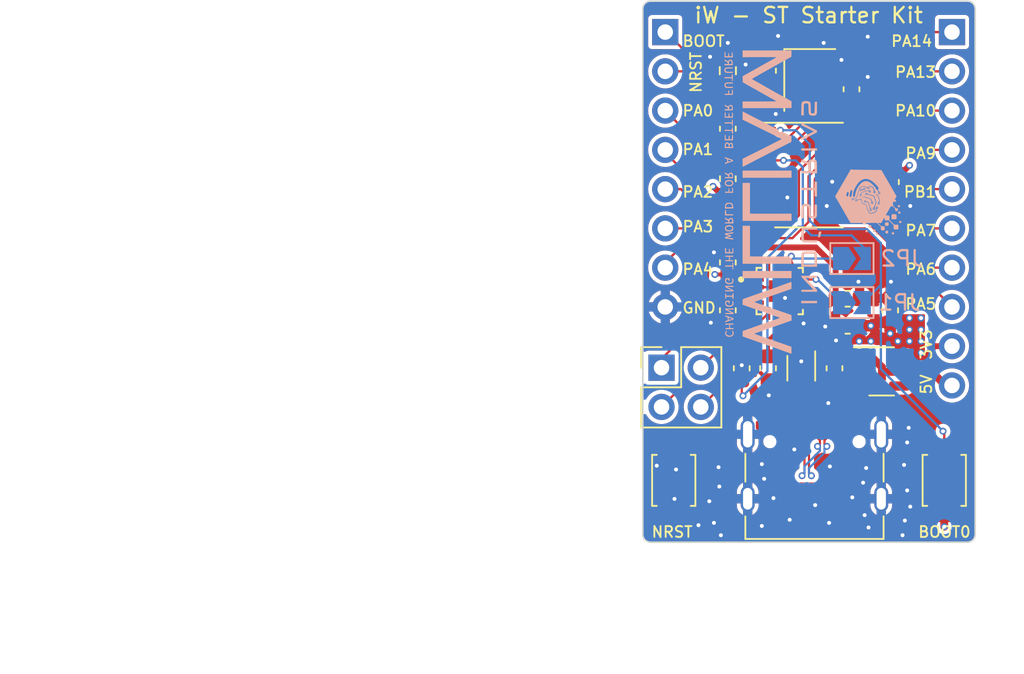
<source format=kicad_pcb>
(kicad_pcb (version 20221018) (generator pcbnew)
  (layers (0 "F.Cu" signal) (1 "In1.Cu" signal) (2 "In2.Cu" signal) (31 "B.Cu" signal) (34 "B.Paste" user) (35 "F.Paste" user) (36 "B.SilkS" user "B.Silkscreen") (37 "F.SilkS" user "F.Silkscreen") (38 "B.Mask" user) (39 "F.Mask" user) (44 "Edge.Cuts" user))
  (net 0 "")
  (net 1 "Net-(U1-PF1)")
  (net 2 "GND")
  (net 3 "Net-(U1-PF0)")
  (net 4 "NRST")
  (net 5 "Net-(U2-V3)")
  (net 6 "+5V")
  (net 7 "+3.3V")
  (net 8 "Net-(U1-VDDA)")
  (net 10 "/USB_P")
  (net 11 "/USB_N")
  (net 15 "Net-(JP1-A)")
  (net 16 "BOOT0")
  (net 17 "Net-(JP2-A)")
  (net 18 "PA0")
  (net 19 "PA1")
  (net 20 "PA2")
  (net 21 "PA3")
  (net 22 "PA4")
  (net 23 "PA5")
  (net 24 "PA6")
  (net 25 "PA7")
  (net 26 "PB1")
  (net 27 "USART1_TX")
  (net 28 "USART1_RX")
  (net 29 "PA13")
  (net 30 "PA14")
  (net 31 "/USBD_P")
  (net 32 "/USBD_N")
  (net 39 "RXD")
  (net 40 "TXD")
  (footprint "Capacitor_SMD:C_0603_1608Metric" (layer "F.Cu") (at 143.4 88.75 -90)
    (fp_text reference "C12" hide)
    (fp_text value "100nF")
  )
  (footprint "CH343P:QFN50P300X300X80-17N" (layer "F.Cu") (at 139.855 83.755)
    (fp_text reference "U2" hide)
    (fp_text value "CH343P")
  )
  (footprint "Capacitor_SMD:C_0603_1608Metric" (layer "F.Cu") (at 136.5 81.9 -90)
    (fp_text reference "C7" hide)
    (fp_text value "100nF")
  )
  (footprint "Crystal:Crystal_SMD_3225-4Pin_3.2x2.5mm" (layer "F.Cu") (at 141.8 70.1 -90)
    (fp_text reference "Y1" hide)
    (fp_text value "20MHz")
  )
  (footprint "Package_TO_SOT_SMD:SOT-23-5" (layer "F.Cu") (at 146.45 88.95)
    (fp_text reference "U4" hide)
    (fp_text value "AP2112K-3.3")
  )
  (footprint "Capacitor_SMD:C_0603_1608Metric" (layer "F.Cu") (at 136.5 73.25 90)
    (fp_text reference "C9" hide)
    (fp_text value "100nF")
  )
  (footprint "Connector_USB:USB_C_Receptacle_Palconn_UTC16-G" (layer "F.Cu") (at 142.10395 94.95)
    (fp_text reference "J1" hide)
    (fp_text value "USB_C_Receptacle_USB2.0")
  )
  (footprint "Capacitor_SMD:C_0603_1608Metric" (layer "F.Cu") (at 144.25 84.25 180)
    (fp_text reference "C6" hide)
    (fp_text value "100nF")
  )
  (footprint "Capacitor_SMD:C_0603_1608Metric" (layer "F.Cu") (at 139.1 88.75 -90)
    (fp_text reference "C4" hide)
    (fp_text value "100nF")
  )
  (footprint "Inductor_SMD:L_0603_1608Metric" (layer "F.Cu") (at 136.5 76.4875 90)
    (fp_text reference "FB1" hide)
    (fp_text value "600R")
  )
  (footprint "Capacitor_SMD:C_0603_1608Metric" (layer "F.Cu") (at 144.25 86 180)
    (fp_text reference "C10" hide)
    (fp_text value "100nF")
  )
  (footprint "Connector_PinHeader_2.54mm:PinHeader_1x08_P2.54mm_Vertical" (layer "F.Cu") (at 132.45 67)
    (fp_text reference "J4" hide)
    (fp_text value "Conn_01x08")
  )
  (footprint "Resistor_SMD:R_0603_1608Metric" (layer "F.Cu") (at 136.5 69.5 90)
    (fp_text reference "R1" hide)
    (fp_text value "10k")
  )
  (footprint "Package_SO:TSSOP-20_4.4x6.5mm_P0.65mm" (layer "F.Cu") (at 141.75 76.25)
    (fp_text reference "U1" hide)
    (fp_text value "STM32F030F4Px")
  )
  (footprint "Capacitor_SMD:C_0603_1608Metric" (layer "F.Cu") (at 147.05 76.7 90)
    (fp_text reference "C8" hide)
    (fp_text value "100nF")
  )
  (footprint "Connector_PinHeader_2.54mm:PinHeader_1x10_P2.54mm_Vertical" (layer "F.Cu") (at 151 67)
    (fp_text reference "J3" hide)
    (fp_text value "Conn_01x10")
  )
  (footprint "Button_Switch_SMD:SW_SPST_B3U-1000P" (layer "F.Cu") (at 150.5 96 -90)
    (fp_text reference "SW1" hide)
    (fp_text value "SW_Push")
  )
  (footprint "Connector_PinHeader_2.54mm:PinHeader_2x02_P2.54mm_Vertical" (layer "F.Cu") (at 132.21 88.71)
    (fp_text reference "J5" hide)
    (fp_text value "Conn_02x02_Odd_Even")
  )
  (footprint "Capacitor_SMD:C_0603_1608Metric" (layer "F.Cu") (at 147 85 90)
    (fp_text reference "C11" hide)
    (fp_text value "10uF")
  )
  (footprint "Button_Switch_SMD:SW_SPST_B3U-1000P" (layer "F.Cu") (at 133 96 90)
    (fp_text reference "SW2" hide)
    (fp_text value "SW_Push")
  )
  (footprint "Capacitor_SMD:C_0603_1608Metric" (layer "F.Cu") (at 137.4 88.75 90)
    (fp_text reference "C3" hide)
    (fp_text value "100nF")
  )
  (footprint "Package_TO_SOT_SMD:SOT-666" (layer "F.Cu") (at 141.25 88.75 -90)
    (fp_text reference "U3" hide)
    (fp_text value "USBLC6-2P6")
  )
  (footprint "Capacitor_SMD:C_0603_1608Metric" (layer "F.Cu") (at 139.1 69.5 -90)
    (fp_text reference "C2" hide)
    (fp_text value "22pF")
  )
  (footprint "Capacitor_SMD:C_0603_1608Metric" (layer "F.Cu") (at 144.5 70.7 90)
    (fp_text reference "C1" hide)
    (fp_text value "22pF")
  )
  (footprint "Capacitor_SMD:C_0603_1608Metric" (layer "F.Cu") (at 136.5 85 90)
    (fp_text reference "C5" hide)
    (fp_text value "100nF")
  )
  (footprint "Jumper:SolderJumper-2_P1.3mm_Open_TrianglePad1.0x1.5mm" (layer "B.Cu") (at 144.525 84.5)
    (fp_text reference "JP1")
    (fp_text value "Jumper_2_Open")
  )
  (footprint "Jumper:SolderJumper-2_P1.3mm_Open_TrianglePad1.0x1.5mm" (layer "B.Cu") (at 144.525 81.65)
    (fp_text reference "JP2")
    (fp_text value "Jumper_2_Open")
  )
  (footprint "LOGO" (layer "B.Cu") (at 142 78 90)
    (fp_text reference "G***" hide)
    (fp_text value "LOGO" hide)
  )
  (gr_line (start 152.5 99.5) (end 152.5 65.5) (stroke (width 0.1)) (layer "Edge.Cuts"))
  (gr_line (start 152 65) (end 131.5 65) (stroke (width 0.1)) (layer "Edge.Cuts"))
  (gr_arc (start 152 65) (mid 152.353553 65.146447) (end 152.5 65.5) (stroke (width 0.1)) (layer "Edge.Cuts"))
  (gr_line (start 131 65.5) (end 131 99.5) (stroke (width 0.1)) (layer "Edge.Cuts"))
  (gr_arc (start 131 65.5) (mid 131.146447 65.146447) (end 131.5 65) (stroke (width 0.1)) (layer "Edge.Cuts"))
  (gr_arc (start 131.5 100) (mid 131.146447 99.853553) (end 131 99.5) (stroke (width 0.1)) (layer "Edge.Cuts"))
  (gr_line (start 131.5 100) (end 152 100) (stroke (width 0.1)) (layer "Edge.Cuts"))
  (gr_arc (start 152.5 99.5) (mid 152.353553 99.853553) (end 152 100) (stroke (width 0.1)) (layer "Edge.Cuts"))
  (gr_text "iW - ST Starter Kit" (at 134.25 66.5) (layer "F.SilkS") (effects (font (size 1 1)) (justify left bottom)))
  (gr_text "PA14" (at 147 68) (layer "F.SilkS") (effects (font (size 0.7 0.7) (thickness 0.12) bold) (justify left bottom)))
  (gr_text "3V3" (at 149.75 88.25 90) (layer "F.SilkS") (effects (font (size 0.7 0.7) (thickness 0.12) bold) (justify left bottom)))
  (gr_text "PA9" (at 147.916667 75.25) (layer "F.SilkS") (effects (font (size 0.7 0.7) (thickness 0.12) bold) (justify left bottom)))
  (gr_text "GND" (at 133.5 85.25) (layer "F.SilkS") (effects (font (size 0.7 0.7) (thickness 0.12) bold) (justify left bottom)))
  (gr_text "PA13" (at 147.25 70) (layer "F.SilkS") (effects (font (size 0.7 0.7) (thickness 0.12) bold) (justify left bottom)))
  (gr_text "NRST" (at 134.85 71 90) (layer "F.SilkS") (effects (font (size 0.7 0.7) (thickness 0.12) bold) (justify left bottom)))
  (gr_text "PA1" (at 133.5 75) (layer "F.SilkS") (effects (font (size 0.7 0.7) (thickness 0.12) bold) (justify left bottom)))
  (gr_text "NRST" (at 131.5 99.75) (layer "F.SilkS") (effects (font (size 0.7 0.7) (thickness 0.12) bold) (justify left bottom)))
  (gr_text "PA0" (at 133.5 72.5) (layer "F.SilkS") (effects (font (size 0.7 0.7) (thickness 0.12) bold) (justify left bottom)))
  (gr_text "PB1" (at 147.816667 77.75) (layer "F.SilkS") (effects (font (size 0.7 0.7) (thickness 0.12) bold) (justify left bottom)))
  (gr_text "PA4" (at 133.5 82.75) (layer "F.SilkS") (effects (font (size 0.7 0.7) (thickness 0.12) bold) (justify left bottom)))
  (gr_text "PA6" (at 147.916667 82.75) (layer "F.SilkS") (effects (font (size 0.7 0.7) (thickness 0.12) bold) (justify left bottom)))
  (gr_text "PA10" (at 147.25 72.5) (layer "F.SilkS") (effects (font (size 0.7 0.7) (thickness 0.12) bold) (justify left bottom)))
  (gr_text "BOOT0" (at 148.75 99.75) (layer "F.SilkS") (effects (font (size 0.7 0.7) (thickness 0.12) bold) (justify left bottom)))
  (gr_text "PA7" (at 147.916667 80.25) (layer "F.SilkS") (effects (font (size 0.7 0.7) (thickness 0.12) bold) (justify left bottom)))
  (gr_text "PA2" (at 133.5 77.75) (layer "F.SilkS") (effects (font (size 0.7 0.7) (thickness 0.12) bold) (justify left bottom)))
  (gr_text "PA3" (at 133.5 80) (layer "F.SilkS") (effects (font (size 0.7 0.7) (thickness 0.12) bold) (justify left bottom)))
  (gr_text "5V" (at 149.75 90.5 90) (layer "F.SilkS") (effects (font (size 0.7 0.7) (thickness 0.12) bold) (justify left bottom)))
  (gr_text "BOOT" (at 133.5 68) (layer "F.SilkS") (effects (font (size 0.7 0.7) (thickness 0.12) bold) (justify left bottom)))
  (gr_text "PA5" (at 147.916667 85) (layer "F.SilkS") (effects (font (size 0.7 0.7) (thickness 0.12) bold) (justify left bottom)))
  (segment (start 144.275 71.475) (end 144 71.2) (width 0.14859) (layer "F.Cu") (net 1))
  (segment (start 138.8875 74.625) (end 140.375 74.625) (width 0.14859) (layer "F.Cu") (net 1))
  (segment (start 144 71.2) (end 142.65 71.2) (width 0.14859) (layer "F.Cu") (net 1))
  (segment (start 140.375 74.625) (end 142.65 72.35) (width 0.14859) (layer "F.Cu") (net 1))
  (segment (start 144.5 71.475) (end 144.275 71.475) (width 0.14859) (layer "F.Cu") (net 1))
  (segment (start 142.65 72.35) (end 142.65 71.2) (width 0.14859) (layer "F.Cu") (net 1))
  (segment (start 139.605 83.505) (end 139.855 83.755) (width 0.14859) (layer "F.Cu") (net 2))
  (segment (start 137.4 87.975) (end 137.55 87.975) (width 0.254) (layer "F.Cu") (net 2))
  (segment (start 137.55 87.975) (end 139.1 89.525) (width 0.254) (layer "F.Cu") (net 2))
  (segment (start 143.355 76.575) (end 143.25 76.68) (width 0.381) (layer "F.Cu") (net 2))
  (segment (start 137.4 87.975) (end 137.4 88.55) (width 0.254) (layer "F.Cu") (net 2))
  (segment (start 144.6125 76.575) (end 143.355 76.575) (width 0.381) (layer "F.Cu") (net 2))
  (segment (start 138.41 83.505) (end 139.605 83.505) (width 0.14859) (layer "F.Cu") (net 2))
  (segment (start 141.25 87.825) (end 141.25 88.3) (width 0.14859) (layer "F.Cu") (net 2))
  (via (at 138.7 98.95) (size 0.45) (drill 0.254) (layers "F.Cu" "B.Cu") (net 2))
  (via (at 139.6 72.3) (size 0.45) (drill 0.254) (layers "F.Cu" "B.Cu") (net 2))
  (via (at 134.6 98.9) (size 0.45) (drill 0.254) (layers "F.Cu" "B.Cu") (net 2))
  (via (at 139.15 90.5) (size 0.45) (drill 0.254) (layers "F.Cu" "B.Cu") (net 2))
  (via (at 140.8 94) (size 0.45) (drill 0.254) (layers "F.Cu" "B.Cu") (net 2))
  (via (at 148.1 93.55) (size 0.45) (drill 0.254) (layers "F.Cu" "B.Cu") (net 2))
  (via (at 135.4 85.8) (size 0.45) (drill 0.254) (layers "F.Cu" "B.Cu") (net 2))
  (via (at 142.15 97.6) (size 0.45) (drill 0.254) (layers "F.Cu" "B.Cu") (net 2))
  (via (at 144.95 83.15) (size 0.45) (drill 0.254) (layers "F.Cu" "B.Cu") (net 2))
  (via (at 140.35 77.7) (size 0.45) (drill 0.254) (layers "F.Cu" "B.Cu") (net 2))
  (via (at 148.3 78.25) (size 0.45) (drill 0.254) (layers "F.Cu" "B.Cu") (net 2))
  (via (at 145.25 96.15) (size 0.45) (drill 0.254) (layers "F.Cu" "B.Cu") (net 2))
  (via (at 131.9 95.05) (size 0.45) (drill 0.254) (layers "F.Cu" "B.Cu") (net 2))
  (via (at 136.5 67.7) (size 0.45) (drill 0.254) (layers "F.Cu" "B.Cu") (net 2))
  (via (at 133.05 97.2) (size 0.45) (drill 0.254) (layers "F.Cu" "B.Cu") (net 2))
  (via (at 143.25 76.68) (size 0.45) (drill 0.254) (layers "F.Cu" "B.Cu") (net 2))
  (via (at 139.45 97.15) (size 0.45) (drill 0.254) (layers "F.Cu" "B.Cu") (net 2))
  (via (at 144.55 97.1) (size 0.45) (drill 0.254) (layers "F.Cu" "B.Cu") (net 2))
  (via (at 148.1 96.65) (size 0.45) (drill 0.254) (layers "F.Cu" "B.Cu") (net 2))
  (via (at 135.3 97.35) (size 0.45) (drill 0.254) (layers "F.Cu" "B.Cu") (net 2))
  (via (at 145.55 67.3) (size 0.45) (drill 0.254) (layers "F.Cu" "B.Cu") (net 2))
  (via (at 141.25 88.3) (size 0.45) (drill 0.254) (layers "F.Cu" "B.Cu") (net 2))
  (via (at 143.05 98.75) (size 0.45) (drill 0.254) (layers "F.Cu" "B.Cu") (net 2))
  (via (at 143.1 95.1) (size 0.45) (drill 0.254) (layers "F.Cu" "B.Cu") (net 2))
  (via (at 143 91) (size 0.45) (drill 0.254) (layers "F.Cu" "B.Cu") (net 2))
  (via (at 133.15 95.3) (size 0.45) (drill 0.254) (layers "F.Cu" "B.Cu") (net 2))
  (via (at 138.85 95.9) (size 0.45) (drill 0.254) (layers "F.Cu" "B.Cu") (net 2))
  (via (at 143.5 86.95) (size 0.45) (drill 0.254) (layers "F.Cu" "B.Cu") (net 2))
  (via (at 147.95 98.6) (size 0.45) (drill 0.254) (layers "F.Cu" "B.Cu") (net 2))
  (via (at 147.9 95) (size 0.45) (drill 0.254) (layers "F.Cu" "B.Cu") (net 2))
  (via (at 138.7 94.95) (size 0.45) (drill 0.254) (layers "F.Cu" "B.Cu") (net 2))
  (via (at 140.5 98.55) (size 0.45) (drill 0.254) (layers "F.Cu" "B.Cu") (net 2))
  (via (at 143.85 68.8) (size 0.45) (drill 0.254) (layers "F.Cu" "B.Cu") (net 2))
  (via (at 145.45 95.2) (size 0.45) (drill 0.254) (layers "F.Cu" "B.Cu") (net 2))
  (via (at 145.6 99.05) (size 0.45) (drill 0.254) (layers "F.Cu" "B.Cu") (net 2))
  (via (at 148.3 97.7) (size 0.45) (drill 0.254) (layers "F.Cu" "B.Cu") (net 2))
  (via (at 148.2 92.6) (size 0.45) (drill 0.254) (layers "F.Cu" "B.Cu") (net 2))
  (via (at 135.95 96.4) (size 0.45) (drill 0.254) (layers "F.Cu" "B.Cu") (net 2))
  (via (at 137.65 69.1) (size 0.45) (drill 0.254) (layers "F.Cu" "B.Cu") (net 2))
  (via (at 145.35 98.25) (size 0.45) (drill 0.254) (layers "F.Cu" "B.Cu") (net 2))
  (via (at 142.8 86.05) (size 0.45) (drill 0.254) (layers "F.Cu" "B.Cu") (net 2))
  (via (at 147.05 83.15) (size 0.45) (drill 0.254) (layers "F.Cu" "B.Cu") (net 2))
  (via (at 147.8 99.55) (size 0.45) (drill 0.254) (layers "F.Cu" "B.Cu") (net 2))
  (via (at 140.2 84.2) (size 0.45) (drill 0.254) (layers "F.Cu" "B.Cu") (net 2))
  (via (at 141.4 85.85) (size 0.45) (drill 0.254) (layers "F.Cu" "B.Cu") (net 2))
  (via (at 142.7 67.7) (size 0.45) (drill 0.254) (layers "F.Cu" "B.Cu") (net 2))
  (via (at 142.9 78.25) (size 0.45) (drill 0.254) (layers "F.Cu" "B.Cu") (net 2))
  (via (at 137.4 88.55) (size 0.45) (drill 0.254) (layers "F.Cu" "B.Cu") (net 2))
  (via (at 136.05 99.55) (size 0.45) (drill 0.254) (layers "F.Cu" "B.Cu") (net 2))
  (via (at 135.9 95.15) (size 0.45) (drill 0.254) (layers "F.Cu" "B.Cu") (net 2))
  (via (at 145.55 69.9) (size 0.45) (drill 0.254) (layers "F.Cu" "B.Cu") (net 2))
  (via (at 139.75 67.25) (size 0.45) (drill 0.254) (layers "F.Cu" "B.Cu") (net 2))
  (via (at 135.6 98.75) (size 0.45) (drill 0.254) (layers "F.Cu" "B.Cu") (net 2))
  (via (at 135.35 68.6) (size 0.45) (drill 0.254) (layers "F.Cu" "B.Cu") (net 2))
  (via (at 135.6 81.25) (size 0.45) (drill 0.254) (layers "F.Cu" "B.Cu") (net 2))
  (segment (start 138.8875 73.975) (end 140.275 73.975) (width 0.14859) (layer "F.Cu") (net 3))
  (segment (start 140.275 73.975) (end 141.8 72.45) (width 0.14859) (layer "F.Cu") (net 3))
  (segment (start 141.55 69) (end 140.95 69) (width 0.14859) (layer "F.Cu") (net 3))
  (segment (start 139.625 68.725) (end 139.9 69) (width 0.14859) (layer "F.Cu") (net 3))
  (segment (start 141.8 72.45) (end 141.8 69.25) (width 0.14859) (layer "F.Cu") (net 3))
  (segment (start 141.8 69.25) (end 141.55 69) (width 0.14859) (layer "F.Cu") (net 3))
  (segment (start 139.9 69) (end 140.95 69) (width 0.14859) (layer "F.Cu") (net 3))
  (segment (start 139.1 68.725) (end 139.625 68.725) (width 0.14859) (layer "F.Cu") (net 3))
  (segment (start 137.1 73.3) (end 137.35 73.55) (width 0.14859) (layer "F.Cu") (net 4))
  (segment (start 135.414656 73.3) (end 137.1 73.3) (width 0.14859) (layer "F.Cu") (net 4))
  (segment (start 137.4 89.525) (end 137.4 90.45) (width 0.14859) (layer "F.Cu") (net 4))
  (segment (start 135.83 93.75) (end 136.63 92.95) (width 0.14859) (layer "F.Cu") (net 4))
  (segment (start 133 93.75) (end 135.83 93.75) (width 0.14859) (layer "F.Cu") (net 4))
  (segment (start 134.132328 72.017672) (end 135.414656 73.3) (width 0.14859) (layer "F.Cu") (net 4))
  (segment (start 133.59 69.54) (end 134.132328 70.082328) (width 0.14859) (layer "F.Cu") (net 4))
  (segment (start 140.1 75.3) (end 138.9125 75.3) (width 0.14859) (layer "F.Cu") (net 4))
  (segment (start 136.63 92.95) (end 136.63 90.295) (width 0.14859) (layer "F.Cu") (net 4))
  (segment (start 137.925 75.275) (end 138.8875 75.275) (width 0.14859) (layer "F.Cu") (net 4))
  (segment (start 137.35 74.7) (end 137.925 75.275) (width 0.14859) (layer "F.Cu") (net 4))
  (segment (start 138.9125 75.3) (end 138.8875 75.275) (width 0.14859) (layer "F.Cu") (net 4))
  (segment (start 132.45 69.54) (end 133.59 69.54) (width 0.14859) (layer "F.Cu") (net 4))
  (segment (start 136.63 90.295) (end 137.4 89.525) (width 0.14859) (layer "F.Cu") (net 4))
  (segment (start 134.132328 70.082328) (end 134.132328 72.017672) (width 0.14859) (layer "F.Cu") (net 4))
  (segment (start 137.35 73.55) (end 137.35 74.7) (width 0.14859) (layer "F.Cu") (net 4))
  (segment (start 137.4 90.45) (end 137.48 90.53) (width 0.14859) (layer "F.Cu") (net 4))
  (via (at 137.48 90.53) (size 0.45) (drill 0.254) (layers "F.Cu" "B.Cu") (net 4))
  (via (at 140.1 75.3) (size 0.45) (drill 0.254) (layers "F.Cu" "B.Cu") (net 4))
  (segment (start 141.06 79.6) (end 141.35 79.6) (width 0.14859) (layer "B.Cu") (net 4))
  (segment (start 139.06 81.6) (end 141.06 79.6) (width 0.14859) (layer "B.Cu") (net 4))
  (segment (start 139.06 88.95) (end 139.06 81.6) (width 0.14859) (layer "B.Cu") (net 4))
  (segment (start 145.25 81.65) (end 145.25 80.9) (width 0.14859) (layer "B.Cu") (net 4))
  (segment (start 144.5 80.15) (end 141.9 80.15) (width 0.14859) (layer "B.Cu") (net 4))
  (segment (start 145.25 80.9) (end 144.5 80.15) (width 0.14859) (layer "B.Cu") (net 4))
  (segment (start 140.9 75.3) (end 140.1 75.3) (width 0.14859) (layer "B.Cu") (net 4))
  (segment (start 141.9 80.15) (end 141.35 79.6) (width 0.14859) (layer "B.Cu") (net 4))
  (segment (start 141.35 75.75) (end 140.9 75.3) (width 0.14859) (layer "B.Cu") (net 4))
  (segment (start 137.48 90.53) (end 139.06 88.95) (width 0.14859) (layer "B.Cu") (net 4))
  (segment (start 141.35 79.6) (end 141.35 76.25) (width 0.14859) (layer "B.Cu") (net 4))
  (segment (start 141.35 76.25) (end 141.35 75.75) (width 0.14859) (layer "B.Cu") (net 4))
  (segment (start 139.605 86.455) (end 139.605 85.2) (width 0.254) (layer "F.Cu") (net 5))
  (segment (start 139.1 87.975) (end 139.1 86.96) (width 0.254) (layer "F.Cu") (net 5))
  (segment (start 139.1 86.96) (end 139.605 86.455) (width 0.254) (layer "F.Cu") (net 5))
  (segment (start 145.99 89.9) (end 146.47 89.42) (width 0.508) (layer "F.Cu") (net 6))
  (segment (start 145.3125 89.9) (end 145.99 89.9) (width 0.508) (layer "F.Cu") (net 6))
  (segment (start 138.35 80.93) (end 142.19 80.93) (width 0.381) (layer "F.Cu") (net 6))
  (segment (start 141.445 84.65) (end 142.16 84.65) (width 0.381) (layer "F.Cu") (net 6))
  (segment (start 149.7 88.98) (end 146.47 88.98) (width 0.508) (layer "F.Cu") (net 6))
  (segment (start 144.96 90.2525) (end 145.3125 89.9) (width 0.508) (layer "F.Cu") (net 6))
  (segment (start 137.38 81.9) (end 138.35 80.93) (width 0.381) (layer "F.Cu") (net 6))
  (segment (start 144.18 93.292964) (end 144.32145 93.151514) (width 0.381) (layer "F.Cu") (net 6))
  (segment (start 138.405 84.01) (end 136.715 84.01) (width 0.381) (layer "F.Cu") (net 6))
  (segment (start 141.25 89.250986) (end 141.500986 89) (width 0.381) (layer "F.Cu") (net 6))
  (segment (start 142.19 80.93) (end 143.475 82.215) (width 0.381) (layer "F.Cu") (net 6))
  (segment (start 139.98 93.334866) (end 139.82295 93.177816) (width 0.508) (layer "F.Cu") (net 6))
  (segment (start 140.63 96.39) (end 143.11 96.39) (width 0.508) (layer "F.Cu") (net 6))
  (segment (start 143.425 88) (end 143.4 87.975) (width 0.508) (layer "F.Cu") (net 6))
  (segment (start 142.16 84.65) (end 142.16 86.735) (width 0.381) (layer "F.Cu") (net 6))
  (segment (start 144.50395 91.52605) (end 144.96 91.07) (width 0.508) (layer "F.Cu") (net 6))
  (segment (start 142.16 86.735) (end 143.4 87.975) (width 0.381) (layer "F.Cu") (net 6))
  (segment (start 138.41 84.005) (end 138.405 84.01) (width 0.381) (layer "F.Cu") (net 6))
  (segment (start 144.50395 92.44) (end 144.50395 91.52605) (width 0.508) (layer "F.Cu") (net 6))
  (segment (start 139.98 95.74) (end 140.63 96.39) (width 0.508) (layer "F.Cu") (net 6))
  (segment (start 142.375 89) (end 143.4 87.975) (width 0.381) (layer "F.Cu") (net 6))
  (segment (start 136.715 84.01) (end 136.5 84.225) (width 0.381) (layer "F.Cu") (net 6))
  (segment (start 136.5 84.225) (end 136.025 84.225) (width 0.381) (layer "F.Cu") (net 6))
  (segment (start 146.47 88.98) (end 146.47 88.68) (width 0.508) (layer "F.Cu") (net 6))
  (segment (start 144.96 91.07) (end 144.96 90.2525) (width 0.508) (layer "F.Cu") (net 6))
  (segment (start 141.25 89.675) (end 141.25 89.250986) (width 0.381) (layer "F.Cu") (net 6))
  (segment (start 141.500986 89) (end 142.375 89) (width 0.381) (layer "F.Cu") (net 6))
  (segment (start 139.98 95.74) (end 139.98 93.334866) (width 0.508) (layer "F.Cu") (net 6))
  (segment (start 135.0925 82.2075) (end 135.4 81.9) (width 0.381) (layer "F.Cu") (net 6))
  (segment (start 151 89.86) (end 150.58 89.86) (width 0.508) (layer "F.Cu") (net 6))
  (segment (start 150.58 89.86) (end 149.7 88.98) (width 0.508) (layer "F.Cu") (net 6))
  (segment (start 135.4 81.9) (end 137.38 81.9) (width 0.381) (layer "F.Cu") (net 6))
  (segment (start 136.025 84.225) (end 135.0925 83.2925) (width 0.381) (layer "F.Cu") (net 6))
  (segment (start 146.47 89.42) (end 146.47 88.98) (width 0.508) (layer "F.Cu") (net 6))
  (segment (start 144.2 95.377036) (end 144.2 93.35) (width 0.508) (layer "F.Cu") (net 6))
  (segment (start 142.16 84.65) (end 143.075 84.65) (width 0.381) (layer "F.Cu") (net 6))
  (segment (start 135.0925 83.2925) (end 135.0925 82.2075) (width 0.381) (layer "F.Cu") (net 6))
  (segment (start 139.82295 93.177816) (end 139.82295 92.559) (width 0.381) (layer "F.Cu") (net 6))
  (segment (start 143.075 84.65) (end 143.475 84.25) (width 0.381) (layer "F.Cu") (net 6))
  (segment (start 146.47 88.68) (end 145.79 88) (width 0.508) (layer "F.Cu") (net 6))
  (segment (start 145.79 88) (end 145.3125 88) (width 0.508) (layer "F.Cu") (net 6))
  (segment (start 143.475 82.215) (end 143.475 84.25) (width 0.381) (layer "F.Cu") (net 6))
  (segment (start 145.3125 88) (end 143.425 88) (width 0.508) (layer "F.Cu") (net 6))
  (segment (start 143.11 96.39) (end 144.18 95.32) (width 0.508) (layer "F.Cu") (net 6))
  (segment (start 136.5 77.275) (end 135.835 77.275) (width 0.381) (layer "F.Cu") (net 7))
  (segment (start 137.755 83.005) (end 137.43 82.68) (width 0.254) (layer "F.Cu") (net 7))
  (segment (start 151 87.32) (end 149.9 87.32) (width 0.381) (layer "F.Cu") (net 7))
  (segment (start 149.22 88) (end 149 87.75) (width 0.381) (layer "F.Cu") (net 7))
  (segment (start 149 87.75) (end 147.5875 88) (width 0.381) (layer "F.Cu") (net 7))
  (segment (start 147.945 75.925) (end 148.25 75.62) (width 0.381) (layer "F.Cu") (net 7))
  (segment (start 135.835 77.275) (end 135.54 76.98) (width 0.381) (layer "F.Cu") (net 7))
  (segment (start 137.43 82.68) (end 135.66 82.68) (width 0.254) (layer "F.Cu") (net 7))
  (segment (start 149.9 87.32) (end 149.22 88) (width 0.381) (layer "F.Cu") (net 7))
  (segment (start 147.05 75.925) (end 147.945 75.925) (width 0.381) (layer "F.Cu") (net 7))
  (segment (start 144.6125 75.925) (end 147.05 75.925) (width 0.381) (layer "F.Cu") (net 7))
  (segment (start 150.5 98.25) (end 150.5 99) (width 0.508) (layer "F.Cu") (net 7))
  (segment (start 138.41 83.005) (end 137.755 83.005) (width 0.254) (layer "F.Cu") (net 7))
  (via (at 145.75 87) (size 0.45) (drill 0.254) (layers "F.Cu" "B.Cu") (net 7))
  (via (at 148.25 75.62) (size 0.45) (drill 0.254) (layers "F.Cu" "B.Cu") (net 7))
  (via (at 145.75 86) (size 0.45) (drill 0.254) (layers "F.Cu" "B.Cu") (net 7))
  (via (at 148.25 86.25) (size 0.45) (drill 0.254) (layers "F.Cu" "B.Cu") (net 7))
  (via (at 149 85.5) (size 0.45) (drill 0.254) (layers "F.Cu" "B.Cu") (net 7))
  (via (at 147 86.5) (size 0.45) (drill 0.254) (layers "F.Cu" "B.Cu") (net 7))
  (via (at 149 87.75) (size 0.45) (drill 0.254) (layers "F.Cu" "B.Cu") (net 7))
  (via (at 135.66 82.68) (size 0.45) (drill 0.254) (layers "F.Cu" "B.Cu") (net 7))
  (via (at 148.25 87) (size 0.45) (drill 0.254) (layers "F.Cu" "B.Cu") (net 7))
  (via (at 149 87) (size 0.45) (drill 0.254) (layers "F.Cu" "B.Cu") (net 7))
  (via (at 135.54 76.98) (size 0.45) (drill 0.254) (layers "F.Cu" "B.Cu") (net 7))
  (via (at 149 86.25) (size 0.45) (drill 0.254) (layers "F.Cu" "B.Cu") (net 7))
  (via (at 150.5 99) (size 0.45) (drill 0.254) (layers "F.Cu" "B.Cu") (net 7))
  (via (at 145 87) (size 0.45) (drill 0.254) (layers "F.Cu" "B.Cu") (net 7))
  (via (at 148.25 85.5) (size 0.45) (drill 0.254) (layers "F.Cu" "B.Cu") (net 7))
  (via (at 147.5 87) (size 0.45) (drill 0.254) (layers "F.Cu" "B.Cu") (net 7))
  (segment (start 136.725 75.925) (end 136.5 75.7) (width 0.381) (layer "F.Cu") (net 8))
  (segment (start 136.5 74.025) (end 136.5 75.7) (width 0.381) (layer "F.Cu") (net 8))
  (segment (start 138.8875 75.925) (end 136.725 75.925) (width 0.381) (layer "F.Cu") (net 8))
  (segment (start 141.9579 91.90605) (end 141.9579 91.310496) (width 0.1397) (layer "F.Cu") (net 10))
  (segment (start 140.90315 89.85315) (end 140.7125 89.6625) (width 0.1397) (layer "F.Cu") (net 10))
  (segment (start 142.75 93.413951) (end 142.75 93.64485) (width 0.1397) (layer "F.Cu") (net 10))
  (segment (start 140.7125 89.6625) (end 140.7125 89.6) (width 0.1397) (layer "F.Cu") (net 10))
  (segment (start 141.75 95.54485) (end 141.90515 95.7) (width 0.1397) (layer "F.Cu") (net 10))
  (segment (start 141.85395 93.310001) (end 141.75 93.413951) (width 0.1397) (layer "F.Cu") (net 10))
  (segment (start 142.85395 93.310001) (end 142.75 93.413951) (width 0.1397) (layer "F.Cu") (net 10))
  (segment (start 141.01846 90.19685) (end 140.90315 90.08154) (width 0.1397) (layer "F.Cu") (net 10))
  (segment (start 141.75 93.413951) (end 141.75 95.54485) (width 0.1397) (layer "F.Cu") (net 10))
  (segment (start 140.90315 90.08154) (end 140.90315 89.85315) (width 0.1397) (layer "F.Cu") (net 10))
  (segment (start 141.9579 91.310496) (end 141.10395 90.456546) (width 0.1397) (layer "F.Cu") (net 10))
  (segment (start 141.10395 90.456546) (end 141.10395 90.19685) (width 0.1397) (layer "F.Cu") (net 10))
  (segment (start 141.10395 90.19685) (end 141.01846 90.19685) (width 0.1397) (layer "F.Cu") (net 10))
  (segment (start 141.85395 92.44) (end 141.85395 92.01) (width 0.1397) (layer "F.Cu") (net 10))
  (segment (start 141.85395 92.44) (end 141.85395 93.310001) (width 0.1397) (layer "F.Cu") (net 10))
  (segment (start 141.85395 92.01) (end 141.9579 91.90605) (width 0.1397) (layer "F.Cu") (net 10))
  (segment (start 142.85395 92.44) (end 142.85395 93.310001) (width 0.1397) (layer "F.Cu") (net 10))
  (segment (start 142.75 93.64485) (end 142.90515 93.8) (width 0.1397) (layer "F.Cu") (net 10))
  (via (at 141.90515 95.7) (size 0.45) (drill 0.254) (layers "F.Cu" "B.Cu") (net 10))
  (via (at 142.90515 93.8) (size 0.45) (drill 0.254) (layers "F.Cu" "B.Cu") (net 10))
  (segment (start 141.75 95.210496) (end 142.75 94.210496) (width 0.1397) (layer "B.Cu") (net 10))
  (segment (start 142.75 94.210496) (end 142.75 93.95515) (width 0.1397) (layer "B.Cu") (net 10))
  (segment (start 142.75 93.95515) (end 142.90515 93.8) (width 0.1397) (layer "B.Cu") (net 10))
  (segment (start 141.75 95.54485) (end 141.75 95.210496) (width 0.1397) (layer "B.Cu") (net 10))
  (segment (start 141.90515 95.7) (end 141.75 95.54485) (width 0.1397) (layer "B.Cu") (net 10))
  (segment (start 142.25 91.189504) (end 141.39605 90.335554) (width 0.1397) (layer "F.Cu") (net 11))
  (segment (start 142.4579 93.413951) (end 142.4579 93.64485) (width 0.1397) (layer "F.Cu") (net 11))
  (segment (start 142.4579 93.64485) (end 142.30275 93.8) (width 0.1397) (layer "F.Cu") (net 11))
  (segment (start 142.25 91.90605) (end 142.25 91.189504) (width 0.1397) (layer "F.Cu") (net 11))
  (segment (start 141.59685 90.08154) (end 141.59685 89.85315) (width 0.1397) (layer "F.Cu") (net 11))
  (segment (start 142.35395 92.01) (end 142.25 91.90605) (width 0.1397) (layer "F.Cu") (net 11))
  (segment (start 141.39605 90.335554) (end 141.39605 90.19685) (width 0.1397) (layer "F.Cu") (net 11))
  (segment (start 141.35395 92.44) (end 141.35395 93.310001) (width 0.1397) (layer "F.Cu") (net 11))
  (segment (start 141.35395 93.310001) (end 141.4579 93.413951) (width 0.1397) (layer "F.Cu") (net 11))
  (segment (start 142.35395 92.44) (end 142.35395 93.310001) (width 0.1397) (layer "F.Cu") (net 11))
  (segment (start 141.39605 90.19685) (end 141.48154 90.19685) (width 0.1397) (layer "F.Cu") (net 11))
  (segment (start 141.4579 95.54485) (end 141.30275 95.7) (width 0.1397) (layer "F.Cu") (net 11))
  (segment (start 141.48154 90.19685) (end 141.59685 90.08154) (width 0.1397) (layer "F.Cu") (net 11))
  (segment (start 142.35395 93.310001) (end 142.4579 93.413951) (width 0.1397) (layer "F.Cu") (net 11))
  (segment (start 141.7875 89.6625) (end 141.7875 89.6) (width 0.1397) (layer "F.Cu") (net 11))
  (segment (start 142.35395 92.44) (end 142.35395 92.01) (width 0.1397) (layer "F.Cu") (net 11))
  (segment (start 141.35395 92.44) (end 141.35395 92.01) (width 0.1397) (layer "F.Cu") (net 11))
  (segment (start 141.59685 89.85315) (end 141.7875 89.6625) (width 0.1397) (layer "F.Cu") (net 11))
  (segment (start 141.4579 93.413951) (end 141.4579 95.54485) (width 0.1397) (layer "F.Cu") (net 11))
  (via (at 142.30275 93.8) (size 0.45) (drill 0.254) (layers "F.Cu" "B.Cu") (net 11))
  (via (at 141.30275 95.7) (size 0.45) (drill 0.254) (layers "F.Cu" "B.Cu") (net 11))
  (segment (start 141.4579 95.089504) (end 142.4579 94.089504) (width 0.1397) (layer "B.Cu") (net 11))
  (segment (start 142.4579 93.95515) (end 142.30275 93.8) (width 0.1397) (layer "B.Cu") (net 11))
  (segment (start 141.4579 95.54485) (end 141.4579 95.089504) (width 0.1397) (layer "B.Cu") (net 11))
  (segment (start 141.30275 95.7) (end 141.4579 95.54485) (width 0.1397) (layer "B.Cu") (net 11))
  (segment (start 142.4579 94.089504) (end 142.4579 93.95515) (width 0.1397) (layer "B.Cu") (net 11))
  (segment (start 142.195 83.005) (end 142.2 83) (width 0.14859) (layer "F.Cu") (net 15))
  (segment (start 141.3 83.005) (end 142.195 83.005) (width 0.14859) (layer "F.Cu") (net 15))
  (via (at 142.2 83) (size 0.45) (drill 0.254) (layers "F.Cu" "B.Cu") (net 15))
  (segment (start 142.3 83) (end 142.2 83) (width 0.14859) (layer "B.Cu") (net 15))
  (segment (start 143.8 84.5) (end 142.3 83) (width 0.14859) (layer "B.Cu") (net 15))
  (segment (start 138.8875 73.325) (end 139.875 73.325) (width 0.14859) (layer "F.Cu") (net 16))
  (segment (start 135.825 70.325) (end 136.5 70.325) (width 0.14859) (layer "F.Cu") (net 16))
  (segment (start 139.875 73.325) (end 139.9 73.35) (width 0.14859) (layer "F.Cu") (net 16))
  (segment (start 132.5 67) (end 135.825 70.325) (width 0.14859) (layer "F.Cu") (net 16))
  (segment (start 138.8875 72.4875) (end 138.8875 73.325) (width 0.14859) (layer "F.Cu") (net 16))
  (segment (start 150.5 93.75) (end 150.5 92.9) (width 0.14859) (layer "F.Cu") (net 16))
  (segment (start 136.725 70.325) (end 138.8875 72.4875) (width 0.14859) (layer "F.Cu") (net 16))
  (segment (start 136.5 70.325) (end 136.725 70.325) (width 0.14859) (layer "F.Cu") (net 16))
  (segment (start 150.5 92.9) (end 150.42 92.82) (width 0.14859) (layer "F.Cu") (net 16))
  (via (at 150.42 92.82) (size 0.45) (drill 0.254) (layers "F.Cu" "B.Cu") (net 16))
  (via (at 139.9 73.35) (size 0.45) (drill 0.254) (layers "F.Cu" "B.Cu") (net 16))
  (segment (start 140.9 73.35) (end 139.9 73.35) (width 0.14859) (layer "B.Cu") (net 16))
  (segment (start 145.5 79.75) (end 143.55 79.75) (width 0.14859) (layer "B.Cu") (net 16))
  (segment (start 143.55 79.75) (end 142.35 79.75) (width 0.14859) (layer "B.Cu") (net 16))
  (segment (start 141.8 74.25) (end 141.3 73.75) (width 0.14859) (layer "B.Cu") (net 16))
  (segment (start 141.3 73.75) (end 140.9 73.35) (width 0.14859) (layer "B.Cu") (net 16))
  (segment (start 141.8 79.2) (end 141.8 78.15) (width 0.14859) (layer "B.Cu") (net 16))
  (segment (start 142.2 79.6) (end 141.8 79.2) (width 0.14859) (layer "B.Cu") (net 16))
  (segment (start 146.4 83.35) (end 146.4 80.65) (width 0.14859) (layer "B.Cu") (net 16))
  (segment (start 145.25 84.5) (end 146.4 83.35) (width 0.14859) (layer "B.Cu") (net 16))
  (segment (start 141.8 78.15) (end 141.8 74.25) (width 0.14859) (layer "B.Cu") (net 16))
  (segment (start 150.42 92.82) (end 146.4 88.8) (width 0.14859) (layer "B.Cu") (net 16))
  (segment (start 146.4 80.65) (end 145.5 79.75) (width 0.14859) (layer "B.Cu") (net 16))
  (segment (start 146.4 88.8) (end 146.4 83.35) (width 0.14859) (layer "B.Cu") (net 16))
  (segment (start 142.35 79.75) (end 142.2 79.6) (width 0.14859) (layer "B.Cu") (net 16))
  (segment (start 140.605 82.31) (end 140.605 81.5) (width 0.14859) (layer "F.Cu") (net 17))
  (via (at 140.605 81.5) (size 0.45) (drill 0.254) (layers "F.Cu" "B.Cu") (net 17))
  (segment (start 143.8 81.65) (end 140.755 81.65) (width 0.14859) (layer "B.Cu") (net 17))
  (segment (start 140.755 81.65) (end 140.605 81.5) (width 0.14859) (layer "B.Cu") (net 17))
  (segment (start 134.65 74.3) (end 134.65 75.231536) (width 0.14859) (layer "F.Cu") (net 18))
  (segment (start 133.659232 73.289232) (end 133.659232 73.309232) (width 0.14859) (layer "F.Cu") (net 18))
  (segment (start 138.8625 76.55) (end 138.8875 76.575) (width 0.14859) (layer "F.Cu") (net 18))
  (segment (start 135.968464 76.55) (end 138.8625 76.55) (width 0.14859) (layer "F.Cu") (net 18))
  (segment (start 132.45 72.08) (end 133.659232 73.289232) (width 0.14859) (layer "F.Cu") (net 18))
  (segment (start 134.65 75.231536) (end 135.968464 76.55) (width 0.14859) (layer "F.Cu") (net 18))
  (segment (start 133.659232 73.309232) (end 134.65 74.3) (width 0.14859) (layer "F.Cu") (net 18))
  (segment (start 137.25 78.05) (end 138.075 77.225) (width 0.14859) (layer "F.Cu") (net 19))
  (segment (start 135.7 78.05) (end 137.25 78.05) (width 0.14859) (layer "F.Cu") (net 19))
  (segment (start 132.5 74.62) (end 132.5 74.85) (width 0.14859) (layer "F.Cu") (net 19))
  (segment (start 132.5 74.85) (end 135.7 78.05) (width 0.14859) (layer "F.Cu") (net 19))
  (segment (start 138.075 77.225) (end 138.8875 77.225) (width 0.14859) (layer "F.Cu") (net 19))
  (segment (start 137.46 78.49) (end 134.79 78.49) (width 0.14859) (layer "F.Cu") (net 20))
  (segment (start 134.79 78.49) (end 133.46 77.16) (width 0.14859) (layer "F.Cu") (net 20))
  (segment (start 133.46 77.16) (end 132.5 77.16) (width 0.14859) (layer "F.Cu") (net 20))
  (segment (start 138.075 77.875) (end 137.46 78.49) (width 0.14859) (layer "F.Cu") (net 20))
  (segment (start 138.8875 77.875) (end 138.075 77.875) (width 0.14859) (layer "F.Cu") (net 20))
  (segment (start 137.81 78.94) (end 134.41 78.94) (width 0.14859) (layer "F.Cu") (net 21))
  (segment (start 138.225 78.525) (end 137.81 78.94) (width 0.14859) (layer "F.Cu") (net 21))
  (segment (start 132.9 79.3) (end 132.5 79.7) (width 0.14859) (layer "F.Cu") (net 21))
  (segment (start 134.41 78.94) (end 133.65 79.7) (width 0.14859) (layer "F.Cu") (net 21))
  (segment (start 133.65 79.7) (end 132.45 79.7) (width 0.14859) (layer "F.Cu") (net 21))
  (segment (start 138.8875 78.525) (end 138.225 78.525) (width 0.14859) (layer "F.Cu") (net 21))
  (segment (start 132.5 81.87) (end 134.87 79.5) (width 0.14859) (layer "F.Cu") (net 22))
  (segment (start 132.5 82.24) (end 132.5 81.87) (width 0.14859) (layer "F.Cu") (net 22))
  (segment (start 134.87 79.5) (end 138.5625 79.5) (width 0.14859) (layer "F.Cu") (net 22))
  (segment (start 138.5625 79.5) (end 138.8875 79.175) (width 0.14859) (layer "F.Cu") (net 22))
  (segment (start 147.15 80.93) (end 151 84.78) (width 0.14859) (layer "F.Cu") (net 23))
  (segment (start 147.15 80.9) (end 147.15 80.93) (width 0.14859) (layer "F.Cu") (net 23))
  (segment (start 145.425 79.175) (end 147.15 80.9) (width 0.14859) (layer "F.Cu") (net 23))
  (segment (start 144.6125 79.175) (end 145.425 79.175) (width 0.14859) (layer "F.Cu") (net 23))
  (segment (start 144.6125 78.525) (end 145.875 78.525) (width 0.14859) (layer "F.Cu") (net 24))
  (segment (start 149.59 82.24) (end 151 82.24) (width 0.14859) (layer "F.Cu") (net 24))
  (segment (start 145.875 78.525) (end 149.59 82.24) (width 0.14859) (layer "F.Cu") (net 24))
  (segment (start 144.6125 77.875) (end 145.875 77.875) (width 0.14859) (layer "F.Cu") (net 25))
  (segment (start 147.7 79.7) (end 151 79.7) (width 0.14859) (layer "F.Cu") (net 25))
  (segment (start 145.875 77.875) (end 147.7 79.7) (width 0.14859) (layer "F.Cu") (net 25))
  (segment (start 145.35 77.225) (end 145.825 76.75) (width 0.14859) (layer "F.Cu") (net 26))
  (segment (start 145.825 76.75) (end 148.1 76.75) (width 0.14859) (layer "F.Cu") (net 26))
  (segment (start 148.1 76.75) (end 148.51 77.16) (width 0.14859) (layer "F.Cu") (net 26))
  (segment (start 144.6125 77.225) (end 145.35 77.225) (width 0.14859) (layer "F.Cu") (net 26))
  (segment (start 148.51 77.16) (end 151 77.16) (width 0.14859) (layer "F.Cu") (net 26))
  (segment (start 132.21 91.25) (end 133.43 90.03) (width 0.14859) (layer "F.Cu") (net 27))
  (segment (start 134.69 87.06) (end 134.69 81.35) (width 0.14859) (layer "F.Cu") (net 27))
  (segment (start 141.72 79.29) (end 141.72 76.33) (width 0.14859) (layer "F.Cu") (net 27))
  (segment (start 135.71 80.33) (end 140.68 80.33) (width 0.14859) (layer "F.Cu") (net 27))
  (segment (start 146.225 75.275) (end 144.6125 75.275) (width 0.14859) (layer "F.Cu") (net 27))
  (segment (start 141.72 76.33) (end 142.775 75.275) (width 0.14859) (layer "F.Cu") (net 27))
  (segment (start 140.68 80.33) (end 141.72 79.29) (width 0.14859) (layer "F.Cu") (net 27))
  (segment (start 134.69 81.35) (end 135.71 80.33) (width 0.14859) (layer "F.Cu") (net 27))
  (segment (start 133.43 90.03) (end 133.43 88.32) (width 0.14859) (layer "F.Cu") (net 27))
  (segment (start 142.775 75.275) (end 144.6125 75.275) (width 0.14859) (layer "F.Cu") (net 27))
  (segment (start 151 74.62) (end 146.88 74.62) (width 0.14859) (layer "F.Cu") (net 27))
  (segment (start 146.88 74.62) (end 146.225 75.275) (width 0.14859) (layer "F.Cu") (net 27))
  (segment (start 133.43 88.32) (end 134.69 87.06) (width 0.14859) (layer "F.Cu") (net 27))
  (segment (start 132.21 88.71) (end 132.21 88.14) (width 0.14859) (layer "F.Cu") (net 28))
  (segment (start 140.09 79.87) (end 141.1 78.86) (width 0.14859) (layer "F.Cu") (net 28))
  (segment (start 134.1 81.16) (end 135.39 79.87) (width 0.14859) (layer "F.Cu") (net 28))
  (segment (start 132.21 88.14) (end 134.1 86.25) (width 0.14859) (layer "F.Cu") (net 28))
  (segment (start 141.1 75.99) (end 142.465 74.625) (width 0.14859) (layer "F.Cu") (net 28))
  (segment (start 141.1 78.86) (end 141.1 75.99) (width 0.14859) (layer "F.Cu") (net 28))
  (segment (start 142.465 74.625) (end 144.6125 74.625) (width 0.14859) (layer "F.Cu") (net 28))
  (segment (start 134.1 86.25) (end 134.1 81.16) (width 0.14859) (layer "F.Cu") (net 28))
  (segment (start 144.6125 74.625) (end 146.175 74.625) (width 0.14859) (layer "F.Cu") (net 28))
  (segment (start 148.72 72.08) (end 151 72.08) (width 0.14859) (layer "F.Cu") (net 28))
  (segment (start 135.39 79.87) (end 140.09 79.87) (width 0.14859) (layer "F.Cu") (net 28))
  (segment (start 146.175 74.625) (end 148.72 72.08) (width 0.14859) (layer "F.Cu") (net 28))
  (segment (start 144.6125 73.975) (end 145.875 73.975) (width 0.14859) (layer "F.Cu") (net 29))
  (segment (start 147.7 72.15) (end 147.7 70.75) (width 0.14859) (layer "F.Cu") (net 29))
  (segment (start 148.91 69.54) (end 151 69.54) (width 0.14859) (layer "F.Cu") (net 29))
  (segment (start 145.875 73.975) (end 147.7 72.15) (width 0.14859) (layer "F.Cu") (net 29))
  (segment (start 147.7 70.75) (end 148.91 69.54) (width 0.14859) (layer "F.Cu") (net 29))
  (segment (start 144.6125 73.325) (end 145.475 73.325) (width 0.14859) (layer "F.Cu") (net 30))
  (segment (start 146.85 71.95) (end 146.85 69) (width 0.14859) (layer "F.Cu") (net 30))
  (segment (start 148.85 67) (end 151 67) (width 0.14859) (layer "F.Cu") (net 30))
  (segment (start 146.85 69) (end 148.85 67) (width 0.14859) (layer "F.Cu") (net 30))
  (segment (start 145.475 73.325) (end 146.85 71.95) (width 0.14859) (layer "F.Cu") (net 30))
  (segment (start 141.10395 87.133549) (end 140.7125 87.524999) (width 0.1397) (layer "F.Cu") (net 31))
  (segment (start 140.20895 85.58395) (end 140.20895 86.055496) (width 0.1397) (layer "F.Cu") (net 31))
  (segment (start 140.7125 87.524999) (end 140.7125 87.9) (width 0.1397) (layer "F.Cu") (net 31))
  (segment (start 141.10395 86.950496) (end 141.10395 87.133549) (width 0.1397) (layer "F.Cu") (net 31))
  (segment (start 140.105 85.48) (end 140.20895 85.58395) (width 0.1397) (layer "F.Cu") (net 31))
  (segment (start 140.105 85.2) (end 140.105 85.48) (width 0.1397) (layer "F.Cu") (net 31))
  (segment (start 140.20895 86.055496) (end 141.10395 86.950496) (width 0.1397) (layer "F.Cu") (net 31))
  (segment (start 140.605 85.48) (end 140.50105 85.58395) (width 0.1397) (layer "F.Cu") (net 32))
  (segment (start 140.50105 85.58395) (end 140.50105 85.934504) (width 0.1397) (layer "F.Cu") (net 32))
  (segment (start 140.605 85.2) (end 140.605 85.48) (width 0.1397) (layer "F.Cu") (net 32))
  (segment (start 141.39605 86.829504) (end 141.39605 87.133549) (width 0.1397) (layer "F.Cu") (net 32))
  (segment (start 141.7875 87.524999) (end 141.7875 87.9) (width 0.1397) (layer "F.Cu") (net 32))
  (segment (start 140.50105 85.934504) (end 141.39605 86.829504) (width 0.1397) (layer "F.Cu") (net 32))
  (segment (start 141.39605 87.133549) (end 141.7875 87.524999) (width 0.1397) (layer "F.Cu") (net 32))
  (segment (start 134.75 88.71) (end 138.41 85.05) (width 0.14859) (layer "F.Cu") (net 39))
  (segment (start 138.41 85.05) (end 138.41 84.505) (width 0.14859) (layer "F.Cu") (net 39))
  (segment (start 134.75 91.25) (end 136.5 89.5) (width 0.14859) (layer "F.Cu") (net 40))
  (segment (start 137.805 86.5) (end 137.797128 86.5) (width 0.14859) (layer "F.Cu") (net 40))
  (segment (start 136.5 87.797128) (end 137.797128 86.5) (width 0.14859) (layer "F.Cu") (net 40))
  (segment (start 136.5 89.5) (end 136.5 87.797128) (width 0.14859) (layer "F.Cu") (net 40))
  (segment (start 139.105 85.2) (end 137.805 86.5) (width 0.14859) (layer "F.Cu") (net 40))
  (zone (net 7) (net_name "+3.3V") (layer "F.Cu") (priority 1) (connect_pads (clearance 0.5)) (min_thickness 0.127) (fill yes (thermal_gap 0.254) (thermal_bridge_width 0.75))
    (polygon (pts (xy 144.5 85.25) (xy 149.25 85.25) (xy 149.25 88.5) (xy 147 88.5) (xy 147 87.25) (xy 144.5 87.25)))
  )
  (zone (net 2) (net_name "GND") (layers "F&B.Cu") (connect_pads (clearance 0.254)) (min_thickness 0.254) (fill yes (thermal_gap 0.254) (thermal_bridge_width 0.6))
    (polygon (pts (xy 131 65) (xy 152.5 65) (xy 152.5 100) (xy 131 100)))
  )
)
</source>
